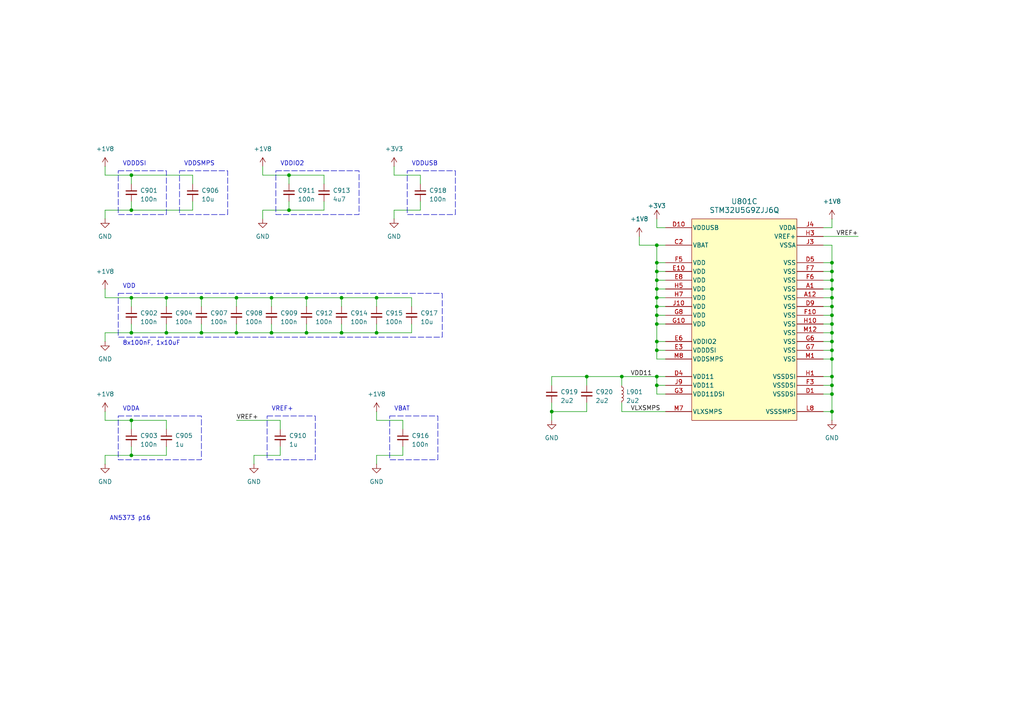
<source format=kicad_sch>
(kicad_sch (version 20231120) (generator "eeschema") (generator_version "8.0")
  (paper "A4")
  (title_block (title "Watch Main MCU Power") (rev "2"))
  (lib_symbols
    (symbol "Device:C_Small" (pin_numbers hide) (pin_names (offset 0.254) hide)
      (property "Reference" "C" (at 0.254 1.778 0))
      (property "Value" "C_Small" (at 0.254 -2.032 0))
      (symbol "C_Small_0_1"
        (polyline (pts (xy -1.524 -0.508) (xy 1.524 -0.508)) (stroke (width 0.3302)))
        (polyline (pts (xy -1.524 0.508) (xy 1.524 0.508)) (stroke (width 0.3048)))
      )
      (symbol "C_Small_1_1"
        (pin passive line (at 0 2.54 270) (length 2.032) (name "~") (number "1"))
        (pin passive line (at 0 -2.54 90) (length 2.032) (name "~") (number "2"))
      )
    )
    (symbol "Device:L_Small" (pin_numbers hide) (pin_names (offset 0.254) hide)
      (property "Reference" "L" (at 0.762 1.016 0))
      (property "Value" "L_Small" (at 0.762 -1.016 0))
      (symbol "L_Small_0_1"
        (arc (start 0 -2.032) (mid 0.5058 -1.524) (end 0 -1.016))
        (arc (start 0 -1.016) (mid 0.5058 -0.508) (end 0 0))
        (arc (start 0 0) (mid 0.5058 0.508) (end 0 1.016))
        (arc (start 0 1.016) (mid 0.5058 1.524) (end 0 2.032))
      )
      (symbol "L_Small_1_1"
        (pin passive line (at 0 2.54 270) (length 0.508) (name "~") (number "1"))
        (pin passive line (at 0 -2.54 90) (length 0.508) (name "~") (number "2"))
      )
    )
    (symbol "STM32U5G9ZJJ6Q:STM32U5G9ZJJ6Q" (pin_names (offset 0.254))
      (property "Reference" "U" (at 0 5.08 0))
      (property "Value" "STM32U5G9ZJJ6Q" (at 0 2.54 0))
      (symbol "STM32U5G9ZJJ6Q_1_1"
        (rectangle (start -15.24 0) (end 15.24 -88.9) (fill (type background)))
        (pin bidirectional line (at 22.86 -55.88 180) (length 7.62) (name "PD3") (number "A10"))
        (pin bidirectional line (at 22.86 -33.02 180) (length 7.62) (name "PC12") (number "A11"))
        (pin bidirectional line (at -22.86 -71.12 0) (length 7.62) (name "PB9") (number "A2"))
        (pin bidirectional line (at -22.86 -63.5 0) (length 7.62) (name "PB6") (number "A4"))
        (pin bidirectional line (at -22.86 -58.42 0) (length 7.62) (name "PB4") (number "A5"))
        (pin bidirectional line (at 22.86 -66.04 180) (length 7.62) (name "PD7") (number "A9"))
        (pin bidirectional line (at 22.86 -27.94 180) (length 7.62) (name "PC10") (number "B10"))
        (pin bidirectional line (at -22.86 -38.1 0) (length 7.62) (name "PA14") (number "B11"))
        (pin bidirectional line (at -22.86 -27.94 0) (length 7.62) (name "PA10") (number "B12"))
        (pin bidirectional line (at -22.86 -68.58 0) (length 7.62) (name "PB8") (number "B4"))
        (pin bidirectional line (at -22.86 -60.96 0) (length 7.62) (name "PB5") (number "B5"))
        (pin bidirectional line (at 22.86 -60.96 180) (length 7.62) (name "PD5") (number "B8"))
        (pin bidirectional line (at 22.86 -53.34 180) (length 7.62) (name "PD2") (number "B9"))
        (pin bidirectional line (at 22.86 -38.1 180) (length 7.62) (name "PC14-OSC32_IN") (number "C1"))
        (pin bidirectional line (at -22.86 -35.56 0) (length 7.62) (name "PA13") (number "C10"))
        (pin bidirectional line (at -22.86 -33.02 0) (length 7.62) (name "PA12") (number "C11"))
        (pin bidirectional line (at -22.86 -30.48 0) (length 7.62) (name "PA11") (number "C12"))
        (pin bidirectional line (at -22.86 -66.04 0) (length 7.62) (name "PB7") (number "C5"))
        (pin bidirectional line (at 22.86 -58.42 180) (length 7.62) (name "PD4") (number "C7"))
        (pin bidirectional line (at 22.86 -30.48 180) (length 7.62) (name "PC11") (number "C8"))
        (pin bidirectional line (at -22.86 -40.64 0) (length 7.62) (name "PA15") (number "C9"))
        (pin bidirectional line (at -22.86 -22.86 0) (length 7.62) (name "PA8") (number "D11"))
        (pin bidirectional line (at 22.86 -22.86 180) (length 7.62) (name "PC8") (number "D12"))
        (pin output line (at 22.86 -40.64 180) (length 7.62) (name "PC15-OSC32_OUT") (number "D2"))
        (pin bidirectional line (at -22.86 -55.88 0) (length 7.62) (name "PB3") (number "D6"))
        (pin bidirectional line (at 22.86 -63.5 180) (length 7.62) (name "PD6") (number "D7"))
        (pin bidirectional line (at 22.86 -48.26 180) (length 7.62) (name "PD0") (number "D8"))
        (pin bidirectional line (at 22.86 -35.56 180) (length 7.62) (name "PC13") (number "E4"))
        (pin bidirectional line (at 22.86 -50.8 180) (length 7.62) (name "PD1") (number "E7"))
        (pin bidirectional line (at -22.86 -25.4 0) (length 7.62) (name "PA9") (number "E9"))
        (pin bidirectional line (at 22.86 -25.4 180) (length 7.62) (name "PC9") (number "F8"))
        (pin bidirectional line (at 22.86 -20.32 180) (length 7.62) (name "PC7") (number "F9"))
        (pin bidirectional line (at 22.86 -7.62 180) (length 7.62) (name "PC2") (number "G5"))
        (pin bidirectional line (at 22.86 -17.78 180) (length 7.62) (name "PC6") (number "G9"))
        (pin bidirectional line (at -22.86 -2.54 0) (length 7.62) (name "PA0") (number "H4"))
        (pin bidirectional line (at -22.86 -53.34 0) (length 7.62) (name "PB2") (number "H6"))
        (pin bidirectional line (at 22.86 -86.36 180) (length 7.62) (name "PD15") (number "H9"))
        (pin bidirectional line (at -22.86 -48.26 0) (length 7.62) (name "PB0") (number "J5"))
        (pin bidirectional line (at 22.86 -5.08 180) (length 7.62) (name "PC1") (number "K1"))
        (pin bidirectional line (at 22.86 -71.12 180) (length 7.62) (name "PD9") (number "K10"))
        (pin bidirectional line (at 22.86 -78.74 180) (length 7.62) (name "PD12") (number "K11"))
        (pin bidirectional line (at 22.86 -2.54 180) (length 7.62) (name "PC0") (number "K2"))
        (pin bidirectional line (at -22.86 -5.08 0) (length 7.62) (name "PA1") (number "K3"))
        (pin bidirectional line (at -22.86 -15.24 0) (length 7.62) (name "PA5") (number "K4"))
        (pin bidirectional line (at -22.86 -73.66 0) (length 7.62) (name "PB10") (number "K8"))
        (pin bidirectional line (at 22.86 -81.28 180) (length 7.62) (name "PD13") (number "K9"))
        (pin bidirectional line (at 22.86 -10.16 180) (length 7.62) (name "PC3") (number "L1"))
        (pin bidirectional line (at -22.86 -83.82 0) (length 7.62) (name "PB14") (number "L10"))
        (pin bidirectional line (at 22.86 -73.66 180) (length 7.62) (name "PD10") (number "L11"))
        (pin bidirectional line (at 22.86 -83.82 180) (length 7.62) (name "PD14") (number "L12"))
        (pin bidirectional line (at -22.86 -7.62 0) (length 7.62) (name "PA2") (number "L2"))
        (pin bidirectional line (at -22.86 -12.7 0) (length 7.62) (name "PA4") (number "L3"))
        (pin bidirectional line (at -22.86 -20.32 0) (length 7.62) (name "PA7") (number "L4"))
        (pin bidirectional line (at -22.86 -76.2 0) (length 7.62) (name "PB11") (number "L7"))
        (pin bidirectional line (at 22.86 -76.2 180) (length 7.62) (name "PD11") (number "L9"))
        (pin bidirectional line (at -22.86 -81.28 0) (length 7.62) (name "PB13") (number "M10"))
        (pin bidirectional line (at 22.86 -68.58 180) (length 7.62) (name "PD8") (number "M11"))
        (pin bidirectional line (at -22.86 -10.16 0) (length 7.62) (name "PA3") (number "M2"))
        (pin bidirectional line (at -22.86 -17.78 0) (length 7.62) (name "PA6") (number "M3"))
        (pin bidirectional line (at -22.86 -50.8 0) (length 7.62) (name "PB1") (number "M4"))
        (pin bidirectional line (at -22.86 -86.36 0) (length 7.62) (name "PB15") (number "M9"))
      )
      (symbol "STM32U5G9ZJJ6Q_2_1"
        (rectangle (start -15.24 0) (end 15.24 -88.9) (fill (type background)))
        (pin bidirectional line (at 22.86 -10.16 180) (length 7.62) (name "PH3_BOOT0") (number "A3"))
        (pin bidirectional line (at -22.86 -76.2 0) (length 7.62) (name "PG14") (number "A6"))
        (pin bidirectional line (at -22.86 -71.12 0) (length 7.62) (name "PG12") (number "A7"))
        (pin bidirectional line (at -22.86 -68.58 0) (length 7.62) (name "PG10") (number "A8"))
        (pin bidirectional line (at -22.86 -7.62 0) (length 7.62) (name "PE2") (number "B1"))
        (pin bidirectional line (at -22.86 -10.16 0) (length 7.62) (name "PE3") (number "B2"))
        (pin bidirectional line (at -22.86 -2.54 0) (length 7.62) (name "PE0") (number "B3"))
        (pin bidirectional line (at -22.86 -78.74 0) (length 7.62) (name "PG15") (number "B6"))
        (pin bidirectional line (at -22.86 -66.04 0) (length 7.62) (name "PG9") (number "B7"))
        (pin bidirectional line (at -22.86 -12.7 0) (length 7.62) (name "PE4") (number "C3"))
        (pin bidirectional line (at -22.86 -15.24 0) (length 7.62) (name "PE5") (number "C4"))
        (pin bidirectional line (at -22.86 -73.66 0) (length 7.62) (name "PG13") (number "C6"))
        (pin bidirectional line (at -22.86 -17.78 0) (length 7.62) (name "PE6") (number "D3"))
        (pin bidirectional line (at 22.86 -68.58 180) (length 7.62) (name "DSI_D0N") (number "E1"))
        (pin bidirectional line (at 22.86 -53.34 180) (length 7.62) (name "PI2") (number "E11"))
        (pin bidirectional line (at 22.86 -55.88 180) (length 7.62) (name "PI3") (number "E12"))
        (pin bidirectional line (at 22.86 -66.04 180) (length 7.62) (name "DSI_D0P") (number "E2"))
        (pin bidirectional line (at -22.86 -48.26 0) (length 7.62) (name "PF0") (number "E5"))
        (pin unspecified line (at 22.86 -63.5 180) (length 7.62) (name "DSI_CKN") (number "F1"))
        (pin bidirectional line (at 22.86 -48.26 180) (length 7.62) (name "PI0") (number "F11"))
        (pin bidirectional line (at 22.86 -50.8 180) (length 7.62) (name "PI1") (number "F12"))
        (pin unspecified line (at 22.86 -60.96 180) (length 7.62) (name "DSI_CKP") (number "F2"))
        (pin bidirectional line (at -22.86 -50.8 0) (length 7.62) (name "PF1") (number "F4"))
        (pin bidirectional line (at 22.86 -71.12 180) (length 7.62) (name "DSI_D1N") (number "G1"))
        (pin bidirectional line (at 22.86 -30.48 180) (length 7.62) (name "PH14") (number "G11"))
        (pin bidirectional line (at 22.86 -33.02 180) (length 7.62) (name "PH15") (number "G12"))
        (pin bidirectional line (at 22.86 -73.66 180) (length 7.62) (name "DSI_D1P") (number "G2"))
        (pin bidirectional line (at -22.86 -53.34 0) (length 7.62) (name "PF2") (number "G4"))
        (pin bidirectional line (at 22.86 -25.4 180) (length 7.62) (name "PH12") (number "H11"))
        (pin bidirectional line (at 22.86 -27.94 180) (length 7.62) (name "PH13") (number "H12"))
        (pin bidirectional line (at 22.86 -2.54 180) (length 7.62) (name "PH0-OSC_IN") (number "H2"))
        (pin bidirectional line (at -22.86 -22.86 0) (length 7.62) (name "PE8") (number "H8"))
        (pin output line (at 22.86 -5.08 180) (length 7.62) (name "PH1-OSC_OUT") (number "J1"))
        (pin bidirectional line (at 22.86 -22.86 180) (length 7.62) (name "PH11") (number "J11"))
        (pin bidirectional line (at 22.86 -20.32 180) (length 7.62) (name "PH10") (number "J12"))
        (pin unspecified line (at 22.86 -78.74 180) (length 7.62) (name "NRST") (number "J2"))
        (pin bidirectional line (at -22.86 -63.5 0) (length 7.62) (name "PG1") (number "J6"))
        (pin bidirectional line (at -22.86 -27.94 0) (length 7.62) (name "PE10") (number "J7"))
        (pin bidirectional line (at -22.86 -33.02 0) (length 7.62) (name "PE12") (number "J8"))
        (pin bidirectional line (at 22.86 -17.78 180) (length 7.62) (name "PH9") (number "K12"))
        (pin bidirectional line (at -22.86 -60.96 0) (length 7.62) (name "PG0") (number "K5"))
        (pin bidirectional line (at -22.86 -25.4 0) (length 7.62) (name "PE9") (number "K6"))
        (pin bidirectional line (at -22.86 -38.1 0) (length 7.62) (name "PE14") (number "K7"))
        (pin bidirectional line (at -22.86 -20.32 0) (length 7.62) (name "PE7") (number "L5"))
        (pin bidirectional line (at -22.86 -35.56 0) (length 7.62) (name "PE13") (number "L6"))
        (pin bidirectional line (at -22.86 -30.48 0) (length 7.62) (name "PE11") (number "M5"))
        (pin bidirectional line (at -22.86 -40.64 0) (length 7.62) (name "PE15") (number "M6"))
      )
      (symbol "STM32U5G9ZJJ6Q_3_1"
        (rectangle (start -15.24 0) (end 15.24 -58.42) (fill (type background)))
        (pin power_out line (at 22.86 -20.32 180) (length 7.62) (name "VSS") (number "A1"))
        (pin power_out line (at 22.86 -22.86 180) (length 7.62) (name "VSS") (number "A12"))
        (pin power_in line (at -22.86 -7.62 0) (length 7.62) (name "VBAT") (number "C2"))
        (pin power_out line (at 22.86 -50.8 180) (length 7.62) (name "VSSDSI") (number "D1"))
        (pin power_in line (at -22.86 -2.54 0) (length 7.62) (name "VDDUSB") (number "D10"))
        (pin power_in line (at -22.86 -45.72 0) (length 7.62) (name "VDD11") (number "D4"))
        (pin power_out line (at 22.86 -12.7 180) (length 7.62) (name "VSS") (number "D5"))
        (pin power_out line (at 22.86 -25.4 180) (length 7.62) (name "VSS") (number "D9"))
        (pin power_in line (at -22.86 -15.24 0) (length 7.62) (name "VDD") (number "E10"))
        (pin power_in line (at -22.86 -38.1 0) (length 7.62) (name "VDDDSI") (number "E3"))
        (pin power_in line (at -22.86 -35.56 0) (length 7.62) (name "VDDIO2") (number "E6"))
        (pin power_in line (at -22.86 -17.78 0) (length 7.62) (name "VDD") (number "E8"))
        (pin power_out line (at 22.86 -27.94 180) (length 7.62) (name "VSS") (number "F10"))
        (pin power_out line (at 22.86 -48.26 180) (length 7.62) (name "VSSDSI") (number "F3"))
        (pin power_in line (at -22.86 -12.7 0) (length 7.62) (name "VDD") (number "F5"))
        (pin power_out line (at 22.86 -17.78 180) (length 7.62) (name "VSS") (number "F6"))
        (pin power_out line (at 22.86 -15.24 180) (length 7.62) (name "VSS") (number "F7"))
        (pin power_in line (at -22.86 -30.48 0) (length 7.62) (name "VDD") (number "G10"))
        (pin power_in line (at -22.86 -50.8 0) (length 7.62) (name "VDD11DSI") (number "G3"))
        (pin power_out line (at 22.86 -35.56 180) (length 7.62) (name "VSS") (number "G6"))
        (pin power_out line (at 22.86 -38.1 180) (length 7.62) (name "VSS") (number "G7"))
        (pin power_in line (at -22.86 -27.94 0) (length 7.62) (name "VDD") (number "G8"))
        (pin power_out line (at 22.86 -45.72 180) (length 7.62) (name "VSSDSI") (number "H1"))
        (pin power_out line (at 22.86 -30.48 180) (length 7.62) (name "VSS") (number "H10"))
        (pin power_in line (at 22.86 -5.08 180) (length 7.62) (name "VREF+") (number "H3"))
        (pin power_in line (at -22.86 -20.32 0) (length 7.62) (name "VDD") (number "H5"))
        (pin power_in line (at -22.86 -22.86 0) (length 7.62) (name "VDD") (number "H7"))
        (pin power_in line (at -22.86 -25.4 0) (length 7.62) (name "VDD") (number "J10"))
        (pin power_out line (at 22.86 -7.62 180) (length 7.62) (name "VSSA") (number "J3"))
        (pin power_in line (at 22.86 -2.54 180) (length 7.62) (name "VDDA") (number "J4"))
        (pin power_in line (at -22.86 -48.26 0) (length 7.62) (name "VDD11") (number "J9"))
        (pin power_out line (at 22.86 -55.88 180) (length 7.62) (name "VSSSMPS") (number "L8"))
        (pin power_out line (at 22.86 -40.64 180) (length 7.62) (name "VSS") (number "M1"))
        (pin power_out line (at 22.86 -33.02 180) (length 7.62) (name "VSS") (number "M12"))
        (pin unspecified line (at -22.86 -55.88 0) (length 7.62) (name "VLXSMPS") (number "M7"))
        (pin power_in line (at -22.86 -40.64 0) (length 7.62) (name "VDDSMPS") (number "M8"))
      )
    )
    (symbol "power:+1V8" (power) (pin_numbers hide) (pin_names (offset 0) hide)
      (property "Value" "+1V8" (at 0 3.556 0))
      (symbol "+1V8_0_1"
        (polyline (pts (xy -0.762 1.27) (xy 0 2.54)))
        (polyline (pts (xy 0 0) (xy 0 2.54)))
        (polyline (pts (xy 0 2.54) (xy 0.762 1.27)))
      )
      (symbol "+1V8_1_1"
        (pin power_in line (at 0 0 90) (length 0) (name "~") (number "1"))
      )
    )
    (symbol "power:+3V3" (power) (pin_numbers hide) (pin_names (offset 0) hide)
      (property "Value" "+3V3" (at 0 3.556 0))
      (symbol "+3V3_0_1"
        (polyline (pts (xy -0.762 1.27) (xy 0 2.54)))
        (polyline (pts (xy 0 0) (xy 0 2.54)))
        (polyline (pts (xy 0 2.54) (xy 0.762 1.27)))
      )
      (symbol "+3V3_1_1"
        (pin power_in line (at 0 0 90) (length 0) (name "~") (number "1"))
      )
    )
    (symbol "power:GND" (power) (pin_numbers hide) (pin_names (offset 0) hide)
      (property "Value" "GND" (at 0 -3.81 0))
      (symbol "GND_0_1"
        (polyline (pts (xy 0 0) (xy 0 -1.27) (xy 1.27 -1.27) (xy 0 -2.54) (xy -1.27 -1.27) (xy 0 -1.27)))
      )
      (symbol "GND_1_1"
        (pin power_in line (at 0 0 270) (length 0) (name "~") (number "1"))
      )
    )
  )
  (junction (at 241.3 114.3))
  (junction (at 190.5 101.6))
  (junction (at 241.3 91.44))
  (junction (at 190.5 71.12))
  (junction (at 48.26 96.52))
  (junction (at 88.9 96.52))
  (junction (at 78.74 86.36))
  (junction (at 109.22 96.52))
  (junction (at 190.5 111.76))
  (junction (at 241.3 83.82))
  (junction (at 180.34 109.22))
  (junction (at 58.42 86.36))
  (junction (at 83.82 60.96))
  (junction (at 58.42 96.52))
  (junction (at 241.3 109.22))
  (junction (at 88.9 86.36))
  (junction (at 38.1 121.92))
  (junction (at 190.5 81.28))
  (junction (at 241.3 78.74))
  (junction (at 241.3 93.98))
  (junction (at 190.5 78.74))
  (junction (at 241.3 81.28))
  (junction (at 190.5 86.36))
  (junction (at 241.3 99.06))
  (junction (at 241.3 119.38))
  (junction (at 38.1 132.08))
  (junction (at 241.3 88.9))
  (junction (at 170.18 109.22))
  (junction (at 190.5 109.22))
  (junction (at 160.02 119.38))
  (junction (at 241.3 76.2))
  (junction (at 78.74 96.52))
  (junction (at 190.5 76.2))
  (junction (at 68.58 96.52))
  (junction (at 190.5 99.06))
  (junction (at 241.3 96.52))
  (junction (at 241.3 101.6))
  (junction (at 38.1 60.96))
  (junction (at 109.22 86.36))
  (junction (at 190.5 83.82))
  (junction (at 241.3 86.36))
  (junction (at 68.58 86.36))
  (junction (at 190.5 93.98))
  (junction (at 99.06 86.36))
  (junction (at 190.5 88.9))
  (junction (at 241.3 104.14))
  (junction (at 48.26 86.36))
  (junction (at 99.06 96.52))
  (junction (at 38.1 86.36))
  (junction (at 38.1 96.52))
  (junction (at 38.1 50.8))
  (junction (at 190.5 91.44))
  (junction (at 83.82 50.8))
  (junction (at 241.3 111.76))
  (wire (pts (xy 241.3 66.04) (xy 238.76 66.04)))
  (wire (pts (xy 241.3 71.12) (xy 241.3 76.2)))
  (wire (pts (xy 241.3 114.3) (xy 241.3 119.38)))
  (wire (pts (xy 193.04 104.14) (xy 190.5 104.14)))
  (wire (pts (xy 38.1 86.36) (xy 48.26 86.36)))
  (wire (pts (xy 48.26 86.36) (xy 58.42 86.36)))
  (wire (pts (xy 55.88 60.96) (xy 38.1 60.96)))
  (wire (pts (xy 190.5 114.3) (xy 193.04 114.3)))
  (wire (pts (xy 76.2 63.5) (xy 76.2 60.96)))
  (wire (pts (xy 109.22 134.62) (xy 109.22 132.08)))
  (wire (pts (xy 248.92 68.58) (xy 238.76 68.58)))
  (wire (pts (xy 68.58 86.36) (xy 68.58 88.9)))
  (wire (pts (xy 160.02 116.84) (xy 160.02 119.38)))
  (wire (pts (xy 30.48 60.96) (xy 38.1 60.96)))
  (wire (pts (xy 241.3 109.22) (xy 241.3 111.76)))
  (wire (pts (xy 83.82 58.42) (xy 83.82 60.96)))
  (wire (pts (xy 78.74 96.52) (xy 88.9 96.52)))
  (wire (pts (xy 30.48 99.06) (xy 30.48 96.52)))
  (wire (pts (xy 241.3 101.6) (xy 238.76 101.6)))
  (wire (pts (xy 30.48 86.36) (xy 38.1 86.36)))
  (wire (pts (xy 190.5 101.6) (xy 193.04 101.6)))
  (wire (pts (xy 190.5 101.6) (xy 190.5 104.14)))
  (wire (pts (xy 119.38 86.36) (xy 119.38 88.9)))
  (wire (pts (xy 30.48 48.26) (xy 30.48 50.8)))
  (wire (pts (xy 241.3 101.6) (xy 241.3 104.14)))
  (wire (pts (xy 190.5 88.9) (xy 193.04 88.9)))
  (wire (pts (xy 76.2 48.26) (xy 76.2 50.8)))
  (wire (pts (xy 190.5 91.44) (xy 190.5 93.98)))
  (wire (pts (xy 48.26 129.54) (xy 48.26 132.08)))
  (wire (pts (xy 241.3 83.82) (xy 238.76 83.82)))
  (wire (pts (xy 180.34 116.84) (xy 180.34 119.38)))
  (wire (pts (xy 190.5 99.06) (xy 190.5 101.6)))
  (wire (pts (xy 38.1 132.08) (xy 38.1 129.54)))
  (wire (pts (xy 48.26 96.52) (xy 58.42 96.52)))
  (wire (pts (xy 109.22 96.52) (xy 119.38 96.52)))
  (wire (pts (xy 170.18 116.84) (xy 170.18 119.38)))
  (wire (pts (xy 241.3 88.9) (xy 241.3 91.44)))
  (wire (pts (xy 241.3 96.52) (xy 241.3 99.06)))
  (wire (pts (xy 30.48 86.36) (xy 30.48 83.82)))
  (wire (pts (xy 88.9 86.36) (xy 99.06 86.36)))
  (wire (pts (xy 76.2 60.96) (xy 83.82 60.96)))
  (wire (pts (xy 81.28 129.54) (xy 81.28 132.08)))
  (wire (pts (xy 48.26 121.92) (xy 48.26 124.46)))
  (wire (pts (xy 48.26 86.36) (xy 48.26 88.9)))
  (wire (pts (xy 30.48 96.52) (xy 38.1 96.52)))
  (wire (pts (xy 58.42 86.36) (xy 58.42 88.9)))
  (wire (pts (xy 190.5 63.5) (xy 190.5 66.04)))
  (wire (pts (xy 180.34 111.76) (xy 180.34 109.22)))
  (wire (pts (xy 38.1 60.96) (xy 38.1 58.42)))
  (wire (pts (xy 121.92 53.34) (xy 121.92 50.8)))
  (wire (pts (xy 160.02 119.38) (xy 160.02 121.92)))
  (wire (pts (xy 180.34 119.38) (xy 193.04 119.38)))
  (wire (pts (xy 190.5 78.74) (xy 193.04 78.74)))
  (wire (pts (xy 241.3 78.74) (xy 238.76 78.74)))
  (wire (pts (xy 114.3 48.26) (xy 114.3 50.8)))
  (wire (pts (xy 58.42 96.52) (xy 58.42 93.98)))
  (wire (pts (xy 241.3 96.52) (xy 238.76 96.52)))
  (wire (pts (xy 241.3 78.74) (xy 241.3 81.28)))
  (wire (pts (xy 190.5 93.98) (xy 190.5 99.06)))
  (wire (pts (xy 38.1 121.92) (xy 38.1 124.46)))
  (wire (pts (xy 190.5 83.82) (xy 193.04 83.82)))
  (wire (pts (xy 190.5 71.12) (xy 190.5 76.2)))
  (wire (pts (xy 241.3 76.2) (xy 238.76 76.2)))
  (wire (pts (xy 114.3 60.96) (xy 121.92 60.96)))
  (wire (pts (xy 78.74 96.52) (xy 78.74 93.98)))
  (wire (pts (xy 190.5 111.76) (xy 190.5 114.3)))
  (wire (pts (xy 99.06 96.52) (xy 99.06 93.98)))
  (wire (pts (xy 99.06 86.36) (xy 109.22 86.36)))
  (wire (pts (xy 241.3 71.12) (xy 238.76 71.12)))
  (wire (pts (xy 241.3 81.28) (xy 238.76 81.28)))
  (wire (pts (xy 190.5 78.74) (xy 190.5 81.28)))
  (wire (pts (xy 114.3 63.5) (xy 114.3 60.96)))
  (wire (pts (xy 241.3 63.5) (xy 241.3 66.04)))
  (wire (pts (xy 30.48 50.8) (xy 38.1 50.8)))
  (wire (pts (xy 185.42 71.12) (xy 190.5 71.12)))
  (wire (pts (xy 170.18 109.22) (xy 180.34 109.22)))
  (wire (pts (xy 30.48 134.62) (xy 30.48 132.08)))
  (wire (pts (xy 190.5 86.36) (xy 190.5 88.9)))
  (wire (pts (xy 190.5 76.2) (xy 190.5 78.74)))
  (wire (pts (xy 241.3 114.3) (xy 238.76 114.3)))
  (wire (pts (xy 38.1 121.92) (xy 48.26 121.92)))
  (wire (pts (xy 241.3 104.14) (xy 241.3 109.22)))
  (wire (pts (xy 83.82 50.8) (xy 83.82 53.34)))
  (wire (pts (xy 193.04 109.22) (xy 190.5 109.22)))
  (wire (pts (xy 30.48 121.92) (xy 38.1 121.92)))
  (wire (pts (xy 190.5 83.82) (xy 190.5 86.36)))
  (wire (pts (xy 241.3 83.82) (xy 241.3 86.36)))
  (wire (pts (xy 93.98 58.42) (xy 93.98 60.96)))
  (wire (pts (xy 38.1 96.52) (xy 38.1 93.98)))
  (wire (pts (xy 88.9 96.52) (xy 99.06 96.52)))
  (wire (pts (xy 81.28 124.46) (xy 81.28 121.92)))
  (wire (pts (xy 241.3 86.36) (xy 238.76 86.36)))
  (wire (pts (xy 190.5 76.2) (xy 193.04 76.2)))
  (wire (pts (xy 116.84 124.46) (xy 116.84 121.92)))
  (wire (pts (xy 73.66 132.08) (xy 81.28 132.08)))
  (wire (pts (xy 185.42 68.58) (xy 185.42 71.12)))
  (wire (pts (xy 241.3 86.36) (xy 241.3 88.9)))
  (wire (pts (xy 78.74 86.36) (xy 78.74 88.9)))
  (wire (pts (xy 241.3 93.98) (xy 238.76 93.98)))
  (wire (pts (xy 109.22 119.38) (xy 109.22 121.92)))
  (wire (pts (xy 190.5 109.22) (xy 190.5 111.76)))
  (wire (pts (xy 241.3 76.2) (xy 241.3 78.74)))
  (wire (pts (xy 190.5 86.36) (xy 193.04 86.36)))
  (wire (pts (xy 58.42 86.36) (xy 68.58 86.36)))
  (wire (pts (xy 190.5 81.28) (xy 190.5 83.82)))
  (wire (pts (xy 68.58 121.92) (xy 81.28 121.92)))
  (wire (pts (xy 241.3 119.38) (xy 238.76 119.38)))
  (wire (pts (xy 78.74 86.36) (xy 88.9 86.36)))
  (wire (pts (xy 190.5 93.98) (xy 193.04 93.98)))
  (wire (pts (xy 190.5 66.04) (xy 193.04 66.04)))
  (wire (pts (xy 190.5 88.9) (xy 190.5 91.44)))
  (wire (pts (xy 58.42 96.52) (xy 68.58 96.52)))
  (wire (pts (xy 190.5 81.28) (xy 193.04 81.28)))
  (wire (pts (xy 38.1 50.8) (xy 55.88 50.8)))
  (wire (pts (xy 30.48 119.38) (xy 30.48 121.92)))
  (wire (pts (xy 119.38 96.52) (xy 119.38 93.98)))
  (wire (pts (xy 93.98 50.8) (xy 93.98 53.34)))
  (wire (pts (xy 83.82 50.8) (xy 93.98 50.8)))
  (wire (pts (xy 30.48 63.5) (xy 30.48 60.96)))
  (wire (pts (xy 114.3 50.8) (xy 121.92 50.8)))
  (wire (pts (xy 99.06 96.52) (xy 109.22 96.52)))
  (wire (pts (xy 55.88 53.34) (xy 55.88 50.8)))
  (wire (pts (xy 30.48 132.08) (xy 38.1 132.08)))
  (wire (pts (xy 68.58 96.52) (xy 68.58 93.98)))
  (wire (pts (xy 241.3 88.9) (xy 238.76 88.9)))
  (wire (pts (xy 68.58 96.52) (xy 78.74 96.52)))
  (wire (pts (xy 55.88 58.42) (xy 55.88 60.96)))
  (wire (pts (xy 109.22 96.52) (xy 109.22 93.98)))
  (wire (pts (xy 99.06 86.36) (xy 99.06 88.9)))
  (wire (pts (xy 160.02 109.22) (xy 170.18 109.22)))
  (wire (pts (xy 48.26 96.52) (xy 48.26 93.98)))
  (wire (pts (xy 38.1 50.8) (xy 38.1 53.34)))
  (wire (pts (xy 241.3 104.14) (xy 238.76 104.14)))
  (wire (pts (xy 241.3 93.98) (xy 241.3 96.52)))
  (wire (pts (xy 241.3 99.06) (xy 238.76 99.06)))
  (wire (pts (xy 76.2 50.8) (xy 83.82 50.8)))
  (wire (pts (xy 190.5 99.06) (xy 193.04 99.06)))
  (wire (pts (xy 38.1 96.52) (xy 48.26 96.52)))
  (wire (pts (xy 38.1 86.36) (xy 38.1 88.9)))
  (wire (pts (xy 38.1 132.08) (xy 48.26 132.08)))
  (wire (pts (xy 241.3 121.92) (xy 241.3 119.38)))
  (wire (pts (xy 121.92 58.42) (xy 121.92 60.96)))
  (wire (pts (xy 160.02 111.76) (xy 160.02 109.22)))
  (wire (pts (xy 190.5 91.44) (xy 193.04 91.44)))
  (wire (pts (xy 241.3 91.44) (xy 238.76 91.44)))
  (wire (pts (xy 109.22 121.92) (xy 116.84 121.92)))
  (wire (pts (xy 109.22 86.36) (xy 119.38 86.36)))
  (wire (pts (xy 241.3 109.22) (xy 238.76 109.22)))
  (wire (pts (xy 109.22 132.08) (xy 116.84 132.08)))
  (wire (pts (xy 88.9 96.52) (xy 88.9 93.98)))
  (wire (pts (xy 170.18 109.22) (xy 170.18 111.76)))
  (wire (pts (xy 190.5 71.12) (xy 193.04 71.12)))
  (wire (pts (xy 241.3 81.28) (xy 241.3 83.82)))
  (wire (pts (xy 241.3 111.76) (xy 241.3 114.3)))
  (wire (pts (xy 180.34 109.22) (xy 190.5 109.22)))
  (wire (pts (xy 241.3 99.06) (xy 241.3 101.6)))
  (wire (pts (xy 109.22 86.36) (xy 109.22 88.9)))
  (wire (pts (xy 170.18 119.38) (xy 160.02 119.38)))
  (wire (pts (xy 68.58 86.36) (xy 78.74 86.36)))
  (wire (pts (xy 88.9 86.36) (xy 88.9 88.9)))
  (wire (pts (xy 116.84 129.54) (xy 116.84 132.08)))
  (wire (pts (xy 241.3 91.44) (xy 241.3 93.98)))
  (wire (pts (xy 241.3 111.76) (xy 238.76 111.76)))
  (wire (pts (xy 73.66 134.62) (xy 73.66 132.08)))
  (wire (pts (xy 190.5 111.76) (xy 193.04 111.76)))
  (wire (pts (xy 93.98 60.96) (xy 83.82 60.96)))
  (rectangle (start 113.03 120.65) (end 127 133.35) (stroke (width 0) (type dash)))
  (rectangle (start 52.07 49.53) (end 66.04 62.23) (stroke (width 0) (type dash)))
  (rectangle (start 80.01 49.53) (end 104.14 62.23) (stroke (width 0) (type dash)))
  (rectangle (start 118.11 49.53) (end 132.08 62.23) (stroke (width 0) (type dash)))
  (rectangle (start 77.47 120.65) (end 91.44 133.35) (stroke (width 0) (type dash)))
  (rectangle (start 34.29 120.65) (end 58.42 133.35) (stroke (width 0) (type dash)))
  (rectangle (start 34.29 49.53) (end 48.26 62.23) (stroke (width 0) (type dash)))
  (rectangle (start 34.29 85.09) (end 128.27 97.79) (stroke (width 0) (type dash)))
  (text "VDDUSB" (at 119.38 48.26 0) (effects (font (size 1.27 1.27)) (justify left bottom)))
  (text "VDDIO2" (at 81.28 48.26 0) (effects (font (size 1.27 1.27)) (justify left bottom)))
  (text "VREF+" (at 78.74 119.38 0) (effects (font (size 1.27 1.27)) (justify left bottom)))
  (text "VDD" (at 35.56 83.82 0) (effects (font (size 1.27 1.27)) (justify left bottom)))
  (text "VDDSMPS" (at 53.34 48.26 0) (effects (font (size 1.27 1.27)) (justify left bottom)))
  (text "VDDA" (at 35.56 119.38 0) (effects (font (size 1.27 1.27)) (justify left bottom)))
  (text "VBAT" (at 114.3 119.38 0) (effects (font (size 1.27 1.27)) (justify left bottom)))
  (text "AN5373 p16" (at 31.75 151.13 0) (effects (font (size 1.27 1.27)) (justify left bottom)))
  (text "8x100nF, 1x10uF" (at 35.56 100.33 0) (effects (font (size 1.27 1.27)) (justify left bottom)))
  (text "VDDDSI" (at 35.56 48.26 0) (effects (font (size 1.27 1.27)) (justify left bottom)))
  (label "VREF+" (at 68.58 121.92 0))
  (label "VDD11" (at 182.88 109.22 0))
  (label "VREF+" (at 248.92 68.58 180))
  (label "VLXSMPS" (at 182.88 119.38 0))
  (symbol (lib_id "power:GND") (at 160.02 121.92 0) (unit 1)
    (property "Reference" "#PWR0914" (effects (hide yes)))
    (property "Value" "GND" (at 160.02 127 0))
    (property "Description" "Power symbol creates a global label with name \"GND\" , ground" (effects (hide yes)))
  )
  (symbol (lib_id "power:GND") (at 30.48 63.5 0) (unit 1)
    (property "Reference" "#PWR0902" (effects (hide yes)))
    (property "Value" "GND" (at 30.48 68.58 0))
    (property "Description" "Power symbol creates a global label with name \"GND\" , ground" (effects (hide yes)))
  )
  (symbol (lib_id "power:+3V3") (at 114.3 48.26 0) (unit 1)
    (property "Reference" "#PWR0912" (effects (hide yes)))
    (property "Value" "+3V3" (at 114.3 43.18 0))
    (property "Description" "Power symbol creates a global label with name \"+3V3\"" (effects (hide yes)))
  )
  (symbol (lib_id "Device:C_Small") (at 93.98 55.88 0) (unit 1)
    (property "Reference" "C913" (at 96.52 55.2513 0) (effects (justify left)))
    (property "Value" "4u7" (at 96.52 57.7913 0) (effects (justify left)))
    (property "Footprint" "Capacitor_SMD:C_0402_1005Metric" (effects (hide yes)))
    (property "Description" "Unpolarized capacitor, small symbol" (effects (hide yes)))
  )
  (symbol (lib_id "STM32U5G9ZJJ6Q:STM32U5G9ZJJ6Q") (at 215.9 63.5 0) (unit 3)
    (property "Reference" "U801" (at 215.9 58.42 0) (effects (font (size 1.524 1.524))))
    (property "Value" "STM32U5G9ZJJ6Q" (at 215.9 60.96 0) (effects (font (size 1.524 1.524))))
    (property "Footprint" "watch_footprints:UFBGA144_STM" (effects (hide yes)))
    (property "Datasheet" "STM32U5G9ZJJ6Q" (effects (hide yes)))
  )
  (symbol (lib_id "Device:C_Small") (at 58.42 91.44 0) (unit 1)
    (property "Reference" "C907" (at 60.96 90.8113 0) (effects (justify left)))
    (property "Value" "100n" (at 60.96 93.3513 0) (effects (justify left)))
    (property "Footprint" "Capacitor_SMD:C_0201_0603Metric" (effects (hide yes)))
    (property "Description" "Unpolarized capacitor, small symbol" (effects (hide yes)))
  )
  (symbol (lib_id "Device:C_Small") (at 109.22 91.44 0) (unit 1)
    (property "Reference" "C915" (at 111.76 90.8113 0) (effects (justify left)))
    (property "Value" "100n" (at 111.76 93.3513 0) (effects (justify left)))
    (property "Footprint" "Capacitor_SMD:C_0201_0603Metric" (effects (hide yes)))
    (property "Description" "Unpolarized capacitor, small symbol" (effects (hide yes)))
  )
  (symbol (lib_id "power:+1V8") (at 185.42 68.58 0) (mirror y) (unit 1)
    (property "Reference" "#PWR0915" (effects (hide yes)))
    (property "Value" "+1V8" (at 185.42 63.5 0))
    (property "Description" "Power symbol creates a global label with name \"+1V8\"" (effects (hide yes)))
  )
  (symbol (lib_id "Device:C_Small") (at 55.88 55.88 0) (unit 1)
    (property "Reference" "C906" (at 58.42 55.2513 0) (effects (justify left)))
    (property "Value" "10u" (at 58.42 57.7913 0) (effects (justify left)))
    (property "Footprint" "Capacitor_SMD:C_0402_1005Metric" (effects (hide yes)))
    (property "Description" "Unpolarized capacitor, small symbol" (effects (hide yes)))
  )
  (symbol (lib_id "Device:C_Small") (at 170.18 114.3 0) (unit 1)
    (property "Reference" "C920" (at 172.72 113.6713 0) (effects (justify left)))
    (property "Value" "2u2" (at 172.72 116.2113 0) (effects (justify left)))
    (property "Footprint" "Capacitor_SMD:C_0201_0603Metric" (effects (hide yes)))
    (property "Description" "Unpolarized capacitor, small symbol" (effects (hide yes)))
  )
  (symbol (lib_id "power:+1V8") (at 76.2 48.26 0) (unit 1)
    (property "Reference" "#PWR0908" (effects (hide yes)))
    (property "Value" "+1V8" (at 76.2 43.18 0))
    (property "Description" "Power symbol creates a global label with name \"+1V8\"" (effects (hide yes)))
  )
  (symbol (lib_id "Device:C_Small") (at 160.02 114.3 0) (unit 1)
    (property "Reference" "C919" (at 162.56 113.6713 0) (effects (justify left)))
    (property "Value" "2u2" (at 162.56 116.2113 0) (effects (justify left)))
    (property "Footprint" "Capacitor_SMD:C_0201_0603Metric" (effects (hide yes)))
    (property "Description" "Unpolarized capacitor, small symbol" (effects (hide yes)))
  )
  (symbol (lib_id "power:GND") (at 76.2 63.5 0) (unit 1)
    (property "Reference" "#PWR0909" (effects (hide yes)))
    (property "Value" "GND" (at 76.2 68.58 0))
    (property "Description" "Power symbol creates a global label with name \"GND\" , ground" (effects (hide yes)))
  )
  (symbol (lib_id "power:GND") (at 73.66 134.62 0) (unit 1)
    (property "Reference" "#PWR0907" (effects (hide yes)))
    (property "Value" "GND" (at 73.66 139.7 0))
    (property "Description" "Power symbol creates a global label with name \"GND\" , ground" (effects (hide yes)))
  )
  (symbol (lib_id "power:+1V8") (at 30.48 48.26 0) (unit 1)
    (property "Reference" "#PWR0901" (effects (hide yes)))
    (property "Value" "+1V8" (at 30.48 43.18 0))
    (property "Description" "Power symbol creates a global label with name \"+1V8\"" (effects (hide yes)))
  )
  (symbol (lib_id "Device:L_Small") (at 180.34 114.3 0) (unit 1)
    (property "Reference" "L901" (at 181.61 113.665 0) (effects (justify left)))
    (property "Value" "2u2" (at 181.61 116.205 0) (effects (justify left)))
    (property "Footprint" "Inductor_SMD:L_Murata_DFE201610P" (effects (hide yes)))
    (property "Description" "Inductor, small symbol" (effects (hide yes)))
  )
  (symbol (lib_id "power:+1V8") (at 241.3 63.5 0) (mirror y) (unit 1)
    (property "Reference" "#PWR0917" (effects (hide yes)))
    (property "Value" "+1V8" (at 241.3 58.42 0))
    (property "Description" "Power symbol creates a global label with name \"+1V8\"" (effects (hide yes)))
  )
  (symbol (lib_id "Device:C_Small") (at 48.26 127 0) (unit 1)
    (property "Reference" "C905" (at 50.8 126.3713 0) (effects (justify left)))
    (property "Value" "1u" (at 50.8 128.9113 0) (effects (justify left)))
    (property "Footprint" "Capacitor_SMD:C_0201_0603Metric" (effects (hide yes)))
    (property "Description" "Unpolarized capacitor, small symbol" (effects (hide yes)))
  )
  (symbol (lib_id "power:+1V8") (at 109.22 119.38 0) (unit 1)
    (property "Reference" "#PWR0910" (effects (hide yes)))
    (property "Value" "+1V8" (at 109.22 114.3 0))
    (property "Description" "Power symbol creates a global label with name \"+1V8\"" (effects (hide yes)))
  )
  (symbol (lib_id "Device:C_Small") (at 88.9 91.44 0) (unit 1)
    (property "Reference" "C912" (at 91.44 90.8113 0) (effects (justify left)))
    (property "Value" "100n" (at 91.44 93.3513 0) (effects (justify left)))
    (property "Footprint" "Capacitor_SMD:C_0201_0603Metric" (effects (hide yes)))
    (property "Description" "Unpolarized capacitor, small symbol" (effects (hide yes)))
  )
  (symbol (lib_id "Device:C_Small") (at 119.38 91.44 0) (unit 1)
    (property "Reference" "C917" (at 121.92 90.8113 0) (effects (justify left)))
    (property "Value" "10u" (at 121.92 93.3513 0) (effects (justify left)))
    (property "Footprint" "Capacitor_SMD:C_0402_1005Metric" (effects (hide yes)))
    (property "Description" "Unpolarized capacitor, small symbol" (effects (hide yes)))
  )
  (symbol (lib_id "Device:C_Small") (at 78.74 91.44 0) (unit 1)
    (property "Reference" "C909" (at 81.28 90.8113 0) (effects (justify left)))
    (property "Value" "100n" (at 81.28 93.3513 0) (effects (justify left)))
    (property "Footprint" "Capacitor_SMD:C_0201_0603Metric" (effects (hide yes)))
    (property "Description" "Unpolarized capacitor, small symbol" (effects (hide yes)))
  )
  (symbol (lib_id "Device:C_Small") (at 38.1 55.88 0) (unit 1)
    (property "Reference" "C901" (at 40.64 55.2513 0) (effects (justify left)))
    (property "Value" "100n" (at 40.64 57.7913 0) (effects (justify left)))
    (property "Footprint" "Capacitor_SMD:C_0201_0603Metric" (effects (hide yes)))
    (property "Description" "Unpolarized capacitor, small symbol" (effects (hide yes)))
  )
  (symbol (lib_id "Device:C_Small") (at 68.58 91.44 0) (unit 1)
    (property "Reference" "C908" (at 71.12 90.8113 0) (effects (justify left)))
    (property "Value" "100n" (at 71.12 93.3513 0) (effects (justify left)))
    (property "Footprint" "Capacitor_SMD:C_0201_0603Metric" (effects (hide yes)))
    (property "Description" "Unpolarized capacitor, small symbol" (effects (hide yes)))
  )
  (symbol (lib_id "Device:C_Small") (at 38.1 127 0) (unit 1)
    (property "Reference" "C903" (at 40.64 126.3713 0) (effects (justify left)))
    (property "Value" "100n" (at 40.64 128.9113 0) (effects (justify left)))
    (property "Footprint" "Capacitor_SMD:C_0201_0603Metric" (effects (hide yes)))
    (property "Description" "Unpolarized capacitor, small symbol" (effects (hide yes)))
  )
  (symbol (lib_id "power:GND") (at 30.48 134.62 0) (unit 1)
    (property "Reference" "#PWR0906" (effects (hide yes)))
    (property "Value" "GND" (at 30.48 139.7 0))
    (property "Description" "Power symbol creates a global label with name \"GND\" , ground" (effects (hide yes)))
  )
  (symbol (lib_id "power:GND") (at 241.3 121.92 0) (mirror y) (unit 1)
    (property "Reference" "#PWR0918" (effects (hide yes)))
    (property "Value" "GND" (at 241.3 127 0))
    (property "Description" "Power symbol creates a global label with name \"GND\" , ground" (effects (hide yes)))
  )
  (symbol (lib_id "Device:C_Small") (at 38.1 91.44 0) (unit 1)
    (property "Reference" "C902" (at 40.64 90.8113 0) (effects (justify left)))
    (property "Value" "100n" (at 40.64 93.3513 0) (effects (justify left)))
    (property "Footprint" "Capacitor_SMD:C_0201_0603Metric" (effects (hide yes)))
    (property "Description" "Unpolarized capacitor, small symbol" (effects (hide yes)))
  )
  (symbol (lib_id "Device:C_Small") (at 116.84 127 0) (unit 1)
    (property "Reference" "C916" (at 119.38 126.3713 0) (effects (justify left)))
    (property "Value" "100n" (at 119.38 128.9113 0) (effects (justify left)))
    (property "Footprint" "Capacitor_SMD:C_0201_0603Metric" (effects (hide yes)))
    (property "Description" "Unpolarized capacitor, small symbol" (effects (hide yes)))
  )
  (symbol (lib_id "power:+1V8") (at 30.48 83.82 0) (unit 1)
    (property "Reference" "#PWR0903" (effects (hide yes)))
    (property "Value" "+1V8" (at 30.48 78.74 0))
    (property "Description" "Power symbol creates a global label with name \"+1V8\"" (effects (hide yes)))
  )
  (symbol (lib_id "Device:C_Small") (at 83.82 55.88 0) (unit 1)
    (property "Reference" "C911" (at 86.36 55.2513 0) (effects (justify left)))
    (property "Value" "100n" (at 86.36 57.7913 0) (effects (justify left)))
    (property "Footprint" "Capacitor_SMD:C_0201_0603Metric" (effects (hide yes)))
    (property "Description" "Unpolarized capacitor, small symbol" (effects (hide yes)))
  )
  (symbol (lib_id "power:GND") (at 114.3 63.5 0) (unit 1)
    (property "Reference" "#PWR0913" (effects (hide yes)))
    (property "Value" "GND" (at 114.3 68.58 0))
    (property "Description" "Power symbol creates a global label with name \"GND\" , ground" (effects (hide yes)))
  )
  (symbol (lib_id "Device:C_Small") (at 48.26 91.44 0) (unit 1)
    (property "Reference" "C904" (at 50.8 90.8113 0) (effects (justify left)))
    (property "Value" "100n" (at 50.8 93.3513 0) (effects (justify left)))
    (property "Footprint" "Capacitor_SMD:C_0201_0603Metric" (effects (hide yes)))
    (property "Description" "Unpolarized capacitor, small symbol" (effects (hide yes)))
  )
  (symbol (lib_id "power:GND") (at 109.22 134.62 0) (unit 1)
    (property "Reference" "#PWR0911" (effects (hide yes)))
    (property "Value" "GND" (at 109.22 139.7 0))
    (property "Description" "Power symbol creates a global label with name \"GND\" , ground" (effects (hide yes)))
  )
  (symbol (lib_id "Device:C_Small") (at 121.92 55.88 0) (unit 1)
    (property "Reference" "C918" (at 124.46 55.2513 0) (effects (justify left)))
    (property "Value" "100n" (at 124.46 57.7913 0) (effects (justify left)))
    (property "Footprint" "Capacitor_SMD:C_0201_0603Metric" (effects (hide yes)))
    (property "Description" "Unpolarized capacitor, small symbol" (effects (hide yes)))
  )
  (symbol (lib_id "Device:C_Small") (at 99.06 91.44 0) (unit 1)
    (property "Reference" "C914" (at 101.6 90.8113 0) (effects (justify left)))
    (property "Value" "100n" (at 101.6 93.3513 0) (effects (justify left)))
    (property "Footprint" "Capacitor_SMD:C_0201_0603Metric" (effects (hide yes)))
    (property "Description" "Unpolarized capacitor, small symbol" (effects (hide yes)))
  )
  (symbol (lib_id "power:GND") (at 30.48 99.06 0) (unit 1)
    (property "Reference" "#PWR0904" (effects (hide yes)))
    (property "Value" "GND" (at 30.48 104.14 0))
    (property "Description" "Power symbol creates a global label with name \"GND\" , ground" (effects (hide yes)))
  )
  (symbol (lib_id "power:+3V3") (at 190.5 63.5 0) (unit 1)
    (property "Reference" "#PWR0916" (effects (hide yes)))
    (property "Value" "+3V3" (at 190.5 59.69 0))
    (property "Description" "Power symbol creates a global label with name \"+3V3\"" (effects (hide yes)))
  )
  (symbol (lib_id "Device:C_Small") (at 81.28 127 0) (unit 1)
    (property "Reference" "C910" (at 83.82 126.3713 0) (effects (justify left)))
    (property "Value" "1u" (at 83.82 128.9113 0) (effects (justify left)))
    (property "Footprint" "Capacitor_SMD:C_0201_0603Metric" (effects (hide yes)))
    (property "Description" "Unpolarized capacitor, small symbol" (effects (hide yes)))
  )
  (symbol (lib_id "power:+1V8") (at 30.48 119.38 0) (unit 1)
    (property "Reference" "#PWR0905" (effects (hide yes)))
    (property "Value" "+1V8" (at 30.48 114.3 0))
    (property "Description" "Power symbol creates a global label with name \"+1V8\"" (effects (hide yes)))
  )
)
</source>
